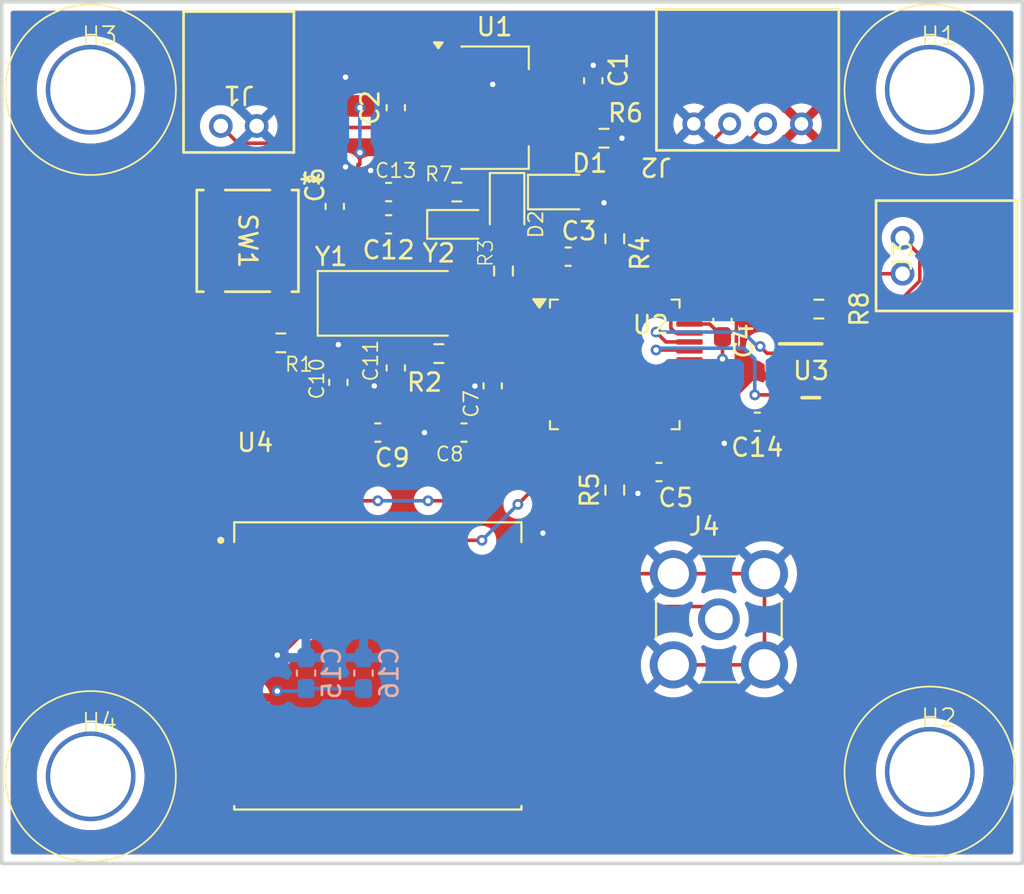
<source format=kicad_pcb>
(kicad_pcb (version 20241229) (generator "pcbnew") (generator_version "9.0")
  (layers (0 "F.Cu" signal) (2 "B.Cu" signal) (13 "F.Paste" user) (15 "B.Paste" user) (5 "F.SilkS" user "F.Silkscreen") (7 "B.SilkS" user "B.Silkscreen") (1 "F.Mask" user) (3 "B.Mask" user) (25 "Edge.Cuts" user))
  (net 0 "")
  (net 1 "Vcc3V")
  (net 2 "GND")
  (net 3 "+5V")
  (net 4 "Vdda")
  (net 5 "NRST")
  (net 6 "OSC_OUT")
  (net 7 "Net-(C11-Pad1)")
  (net 8 "OSC32_OUT")
  (net 9 "Net-(C13-Pad1)")
  (net 10 "Net-(D1-K)")
  (net 11 "Net-(D2-K)")
  (net 12 "LED_DEBUG")
  (net 13 "SWCLK")
  (net 14 "SWDIO")
  (net 15 "OSC_IN")
  (net 16 "OSC32_IN")
  (net 17 "BOOT0")
  (net 18 "BOOT1")
  (net 27 "GPS_TX")
  (net 39 "CANTX")
  (net 40 "CANRX")
  (net 41 "GPS_RX")
  (net 51 "Net-(J3-Pin_1)")
  (net 52 "Net-(J3-Pin_2)")
  (net 59 "Net-(J4-In)")
  (footprint "Resistor_SMD:R_0603_1608Metric_Pad0.98x0.95mm_HandSolder" (layer "F.Cu") (at 154.4 63.2 180)
    (property "Reference" "R7")
    (property "Value" "150")
  )
  (footprint "Capacitor_SMD:C_0603_1608Metric_Pad1.08x0.95mm_HandSolder" (layer "F.Cu") (at 162 57 90)
    (property "Reference" "C1")
    (property "Value" "22u")
  )
  (footprint "Capacitor_SMD:C_0603_1608Metric_Pad1.08x0.95mm_HandSolder" (layer "F.Cu") (at 151 58.5 90)
    (property "Reference" "C2")
    (property "Value" "10u")
  )
  (footprint "Capacitor_SMD:C_0603_1608Metric_Pad1.08x0.95mm_HandSolder" (layer "F.Cu") (at 147.6 64 90)
    (property "Reference" "C6")
    (property "Value" "10u")
  )
  (footprint "Connector_PH:CONN_S2B-PH-K-S_JST-2x1-Female" (layer "F.Cu") (at 179.2326 67.75 90)
    (property "Reference" "J3")
    (property "Value" "S2B-PH-K-S")
  )
  (footprint "Switch:SMT_FS" (layer "F.Cu") (at 142.7458 65.91865 -90)
    (property "Reference" "SW1")
    (property "Value" "SW_Push_Dual")
  )
  (footprint "Connector_PH:CONN_S2B-PH-K-S_JST-2x1-Female" (layer "F.Cu") (at 143.25 59.5174 180)
    (property "Reference" "J1")
    (property "Value" "S2B-PH-K-S")
  )
  (footprint "LED_SMD:LED_0805_2012Metric_Pad1.15x1.40mm_HandSolder" (layer "F.Cu") (at 157.2 64 -90)
    (property "Reference" "D2")
    (property "Value" "LTST-C171AKT")
  )
  (footprint "Capacitor_SMD:C_0603_1608Metric_Pad1.08x0.95mm_HandSolder" (layer "F.Cu") (at 160.6 66.8)
    (property "Reference" "C3")
    (property "Value" "100n")
  )
  (footprint "CustomMountingHole:Hole 8-32 Imperial" (layer "F.Cu") (at 180.75 57.5)
    (property "Reference" "H1")
    (property "Value" "MountingHole" (hide yes))
  )
  (footprint "Resistor_SMD:R_0603_1608Metric_Pad0.98x0.95mm_HandSolder" (layer "F.Cu") (at 174.5725 69.72)
    (property "Reference" "R8")
    (property "Value" "120")
  )
  (footprint "Capacitor_SMD:C_0603_1608Metric_Pad1.08x0.95mm_HandSolder" (layer "F.Cu") (at 151 73 -90)
    (property "Reference" "C11")
    (property "Value" "32p")
  )
  (footprint "Crystal:Crystal_SMD_5032-2Pin_5.0x3.2mm_HandSoldering" (layer "F.Cu") (at 151.2 69.4)
    (property "Reference" "Y1")
    (property "Value" "ABM3-8.000MHZ-B4Y-T")
  )
  (footprint "LED_SMD:LED_0805_2012Metric_Pad1.15x1.40mm_HandSolder" (layer "F.Cu") (at 160.225 63.2)
    (property "Reference" "D1")
    (property "Value" "LTST-C171GKT")
  )
  (footprint "Capacitor_SMD:C_0603_1608Metric_Pad1.08x0.95mm_HandSolder" (layer "F.Cu") (at 171.1375 76 180)
    (property "Reference" "C14")
    (property "Value" "100n")
  )
  (footprint "Resistor_SMD:R_0603_1608Metric_Pad0.98x0.95mm_HandSolder" (layer "F.Cu") (at 144.6 71.6 180)
    (property "Reference" "R1")
    (property "Value" "10k")
  )
  (footprint "CustomMountingHole:Hole 8-32 Imperial" (layer "F.Cu") (at 180.75 95.5)
    (property "Reference" "H2")
    (property "Value" "MountingHole" (hide yes))
  )
  (footprint "Package_TO_SOT_SMD:SOT-223-3_TabPin2" (layer "F.Cu") (at 156.5 58.5)
    (property "Reference" "U1")
    (property "Value" "AMS1117-3.3")
  )
  (footprint "SMA:GRADCONN_RFPC-SMA28-F" (layer "F.Cu") (at 169 87)
    (property "Reference" "J4")
    (property "Value" "Conn_Coaxial")
  )
  (footprint "Capacitor_SMD:C_0603_1608Metric_Pad1.08x0.95mm_HandSolder" (layer "F.Cu") (at 156.4 74 90)
    (property "Reference" "C7")
    (property "Value" "100n")
  )
  (footprint "Capacitor_SMD:C_0603_1608Metric_Pad1.08x0.95mm_HandSolder" (layer "F.Cu") (at 169.2 70.4 -90)
    (property "Reference" "C4")
    (property "Value" "100n")
  )
  (footprint "Crystal:Crystal_SMD_2012-2Pin_2.0x1.2mm_HandSoldering" (layer "F.Cu") (at 154.4 65)
    (property "Reference" "Y2")
    (property "Value" "ABS06-32.768KHZ-1-T")
  )
  (footprint "Resistor_SMD:R_0603_1608Metric_Pad0.98x0.95mm_HandSolder" (layer "F.Cu") (at 153.4 72.2)
    (property "Reference" "R2")
    (property "Value" "750")
  )
  (footprint "Capacitor_SMD:C_0603_1608Metric_Pad1.08x0.95mm_HandSolder" (layer "F.Cu") (at 150.6 63.2 180)
    (property "Reference" "C13")
    (property "Value" "22p")
  )
  (footprint "Resistor_SMD:R_0603_1608Metric_Pad0.98x0.95mm_HandSolder" (layer "F.Cu") (at 163.2 79.8 -90)
    (property "Reference" "R5")
    (property "Value" "10k")
  )
  (footprint "Capacitor_SMD:C_0603_1608Metric_Pad1.08x0.95mm_HandSolder" (layer "F.Cu") (at 150.6 65 180)
    (property "Reference" "C12")
    (property "Value" "22p")
  )
  (footprint "CustomMountingHole:Hole 8-32 Imperial" (layer "F.Cu") (at 134 57.5)
    (property "Reference" "H3")
    (property "Value" "MountingHole" (hide yes))
  )
  (footprint "Capacitor_SMD:C_0603_1608Metric_Pad1.08x0.95mm_HandSolder" (layer "F.Cu") (at 150 76.6)
    (property "Reference" "C9")
    (property "Value" "100n")
  )
  (footprint "Capacitor_SMD:C_0603_1608Metric_Pad1.08x0.95mm_HandSolder" (layer "F.Cu") (at 165.6625 78.8 180)
    (property "Reference" "C5")
    (property "Value" "100n")
  )
  (footprint "Resistor_SMD:R_0603_1608Metric_Pad0.98x0.95mm_HandSolder" (layer "F.Cu") (at 162.6 60.2)
    (property "Reference" "R6")
    (property "Value" "68")
  )
  (footprint "Capacitor_SMD:C_0603_1608Metric_Pad1.08x0.95mm_HandSolder" (layer "F.Cu") (at 154.8 76.6 180)
    (property "Reference" "C8")
    (property "Value" "1u")
  )
  (footprint "CAN:TCAN332" (layer "F.Cu") (at 174.135001 73.154999)
    (property "Reference" "U3")
    (property "Value" "TCAN332G")
  )
  (footprint "L86-M33:XCVR_L86-M33" (layer "F.Cu") (at 150 90.1)
    (property "Reference" "U4")
    (property "Value" "L86-M33")
  )
  (footprint "CustomMountingHole:Hole 8-32 Imperial" (layer "F.Cu") (at 134 95.75)
    (property "Reference" "H4")
    (property "Value" "MountingHole" (hide yes))
  )
  (footprint "Capacitor_SMD:C_0603_1608Metric_Pad1.08x0.95mm_HandSolder" (layer "F.Cu") (at 147.8 73.8 90)
    (property "Reference" "C10")
    (property "Value" "32p")
  )
  (footprint "Resistor_SMD:R_0603_1608Metric_Pad0.98x0.95mm_HandSolder" (layer "F.Cu") (at 157 67.6 -90)
    (property "Reference" "R3")
    (property "Value" "470k")
  )
  (footprint "Package_QFP:LQFP-48_7x7mm_P0.5mm" (layer "F.Cu") (at 163.2 72.8)
    (property "Reference" "U2")
    (property "Value" "STM32F103C8Tx")
  )
  (footprint "Connector_PH:CONN_S4B-PH-K-S_JST-4x1-Female" (layer "F.Cu") (at 173.6 59.4 180)
    (property "Reference" "J2")
    (property "Value" "Conn_01x04")
  )
  (footprint "Resistor_SMD:R_0603_1608Metric_Pad0.98x0.95mm_HandSolder" (layer "F.Cu") (at 163.2 65.8 90)
    (property "Reference" "R4")
    (property "Value" "10k")
  )
  (footprint "Capacitor_SMD:C_0603_1608Metric_Pad1.08x0.95mm_HandSolder" (layer "B.Cu") (at 149.2 90 90)
    (property "Reference" "C16")
    (property "Value" "100n")
  )
  (footprint "Capacitor_SMD:C_0603_1608Metric_Pad1.08x0.95mm_HandSolder" (layer "B.Cu") (at 146 90 90)
    (property "Reference" "C15")
    (property "Value" "10u")
  )
  (gr_rect (start 129.05 52.6) (end 185.9 100.6) (stroke (width 0.2)) (fill no) (layer "Edge.Cuts"))
  (segment (start 172.66 73.48) (end 170.996 73.48) (width 0.2) (layer "F.Cu") (net 1))
  (segment (start 167.3625 70.05) (end 168.6875 70.05) (width 0.2) (layer "F.Cu") (net 1))
  (segment (start 165.95 78.225) (end 166.525 78.8) (width 0.2) (layer "F.Cu") (net 1))
  (segment (start 153.35 58.5) (end 149 58.5) (width 0.2) (layer "F.Cu") (net 1))
  (segment (start 168.6875 70.05) (end 169.2 69.5375) (width 0.2) (layer "F.Cu") (net 1))
  (segment (start 162 57.8625) (end 164.6 57.8625) (width 0.2) (layer "F.Cu") (net 1))
  (segment (start 159.65 58.5) (end 161.3625 58.5) (width 0.2) (layer "F.Cu") (net 1))
  (segment (start 145.63125 66.83125) (end 145.5125 66.95) (width 0.2) (layer "F.Cu") (net 1))
  (segment (start 165 58.2) (end 164.6625 57.8625) (width 0.2) (layer "F.Cu") (net 1))
  (segment (start 149 61) (end 149 61.649) (width 0.2) (layer "F.Cu") (net 1))
  (segment (start 170 76) (end 169.6625 75.6625) (width 0.2) (layer "F.Cu") (net 1))
  (segment (start 159.65 58.5) (end 153.35 58.5) (width 0.2) (layer "F.Cu") (net 1))
  (segment (start 169.6625 75.6625) (end 166.525 78.8) (width 0.2) (layer "F.Cu") (net 1))
  (segment (start 161.3625 58.5) (end 162 57.8625) (width 0.2) (layer "F.Cu") (net 1))
  (segment (start 142.25 91.37) (end 144.03 91.37) (width 0.2) (layer "F.Cu") (net 1))
  (segment (start 169.976 74.5) (end 169.976 75.349) (width 0.2) (layer "F.Cu") (net 1))
  (segment (start 160.45 67.5125) (end 159.7375 66.8) (width 0.2) (layer "F.Cu") (net 1))
  (segment (start 159.7375 64.7125) (end 161.25 63.2) (width 0.2) (layer "F.Cu") (net 1))
  (segment (start 172.0625 57.8625) (end 164.6 57.8625) (width 0.2) (layer "F.Cu") (net 1))
  (segment (start 147.6 64.8625) (end 145.63125 66.83125) (width 0.2) (layer "F.Cu") (net 1))
  (segment (start 145.5125 66.95) (end 145.5125 71.6) (width 0.2) (layer "F.Cu") (net 1))
  (segment (start 142.25 93.91) (end 142.25 91.37) (width 0.2) (layer "F.Cu") (net 1))
  (segment (start 140.699 74.267134) (end 142.899 72.067134) (width 0.2) (layer "F.Cu") (net 1))
  (segment (start 142.25 91.37) (end 140.699 89.819) (width 0.2) (layer "F.Cu") (net 1))
  (segment (start 148.899 61.75) (end 148.899 63.5635) (width 0.2) (layer "F.Cu") (net 1))
  (segment (start 163.824 81.501) (end 152.332866 81.501) (width 0.2) (layer "F.Cu") (net 1))
  (segment (start 140.699 89.819) (end 140.699 74.267134) (width 0.2) (layer "F.Cu") (net 1))
  (segment (start 170.996 73.48) (end 169.976 74.5) (width 0.2) (layer "F.Cu") (net 1))
  (segment (start 149 61.649) (end 148.899 61.75) (width 0.2) (layer "F.Cu") (net 1))
  (segment (start 160.45 68.6375) (end 160.45 67.5125) (width 0.2) (layer "F.Cu") (net 1))
  (segment (start 148.899 63.5635) (end 147.6 64.8625) (width 0.2) (layer "F.Cu") (net 1))
  (segment (start 166.525 78.8) (end 163.824 81.501) (width 0.2) (layer "F.Cu") (net 1))
  (segment (start 165 60.6) (end 165 58.2) (width 0.2) (layer "F.Cu") (net 1))
  (segment (start 142.899 69.5635) (end 145.63125 66.83125) (width 0.2) (layer "F.Cu") (net 1))
  (segment (start 164.6625 57.8625) (end 164.6 57.8625) (width 0.2) (layer "F.Cu") (net 1))
  (segment (start 148.899 61.649057) (end 148.899 61.75) (width 0.2) (layer "F.Cu") (net 1))
  (segment (start 162.4 63.2) (end 161.25 63.2) (width 0.2) (layer "F.Cu") (net 1))
  (segment (start 165 60.6) (end 162.4 63.2) (width 0.2) (layer "F.Cu") (net 1))
  (segment (start 142.899 72.067134) (end 142.899 69.5635) (width 0.2) (layer "F.Cu") (net 1))
  (segment (start 173.6 59.4) (end 172.0625 57.8625) (width 0.2) (layer "F.Cu") (net 1))
  (segment (start 169.976 70.3135) (end 169.976 74.5) (width 0.2) (layer "F.Cu") (net 1))
  (segment (start 144.03 91.37) (end 144.4 91) (width 0.2) (layer "F.Cu") (net 1))
  (segment (start 165.95 76.9625) (end 165.95 78.225) (width 0.2) (layer "F.Cu") (net 1))
  (segment (start 152.332866 81.501) (end 142.899 72.067134) (width 0.2) (layer "F.Cu") (net 1))
  (segment (start 169.2 69.5375) (end 169.976 70.3135) (width 0.2) (layer "F.Cu") (net 1))
  (segment (start 159.7375 66.8) (end 159.7375 64.7125) (width 0.2) (layer "F.Cu") (net 1))
  (segment (start 169.976 75.349) (end 169.6625 75.6625) (width 0.2) (layer "F.Cu") (net 1))
  (segment (start 170.275 76) (end 170 76) (width 0.2) (layer "F.Cu") (net 1))
  (via (at 149 58.5) (size 0.6) (drill 0.3) (layers "F.Cu" "B.Cu") (net 1))
  (via (at 149 61) (size 0.6) (drill 0.3) (layers "F.Cu" "B.Cu") (net 1))
  (via (at 144.4 91) (size 0.6) (drill 0.3) (layers "F.Cu" "B.Cu") (net 1))
  (segment (start 149 58.5) (end 149 61) (width 0.2) (layer "B.Cu") (net 1))
  (segment (start 145.8625 91) (end 146 90.8625) (width 0.2) (layer "B.Cu") (net 1))
  (segment (start 149.2 90.8625) (end 146 90.8625) (width 0.2) (layer "B.Cu") (net 1))
  (segment (start 144.4 91) (end 145.8625 91) (width 0.2) (layer "B.Cu") (net 1))
  (segment (start 159.0375 73.55) (end 156.8125 73.55) (width 0.2) (layer "F.Cu") (net 2))
  (segment (start 149 57.2) (end 148.6 57.2) (width 0.2) (layer "F.Cu") (net 2))
  (segment (start 150.8625 76.6) (end 152.6 76.6) (width 0.2) (layer "F.Cu") (net 2))
  (segment (start 163.2 64.4) (end 163.2 65.0625) (width 0.2) (layer "F.Cu") (net 2))
  (segment (start 148.6 57.2) (end 148.2 56.8) (width 0.2) (layer "F.Cu") (net 2))
  (segment (start 172 76) (end 172.217 76) (width 0.2) (layer "F.Cu") (net 2))
  (segment (start 164.488235 79.111765) (end 164.488235 79.988235) (width 0.2) (layer "F.Cu") (net 2))
  (segment (start 145.5174 57.6049) (end 145.1625 57.6049) (width 0.2) (layer "F.Cu") (net 2))
  (segment (start 156.4 73.1375) (end 156.27813 73.1375) (width 0.2) (layer "F.Cu") (net 2))
  (segment (start 163.2 65.0625) (end 161.4625 66.8) (width 0.2) (layer "F.Cu") (net 2))
  (segment (start 163.924265 79.988235) (end 163.2 80.7125) (width 0.2) (layer "F.Cu") (net 2))
  (segment (start 149.6 62) (end 152.2 62) (width 0.2) (layer "F.Cu") (net 2))
  (segment (start 163.5125 60.2) (end 163.6 60.2) (width 0.2) (layer "F.Cu") (net 2))
  (segment (start 147.18965 63.1375) (end 141.1458 69.18135) (width 0.2) (layer "F.Cu") (net 2))
  (segment (start 171.54 84.46) (end 166.46 84.46) (width 0.2) (layer "F.Cu") (net 2))
  (segment (start 147.6 62.4) (end 148.2 61.8) (width 0.2) (layer "F.Cu") (net 2))
  (segment (start 164.488235 79.988235) (end 163.924265 79.988235) (width 0.2) (layer "F.Cu") (net 2))
  (segment (start 160.95 68.6375) (end 160.95 67.3125) (width 0.2) (layer "F.Cu") (net 2))
  (segment (start 153.4875 63.2) (end 153.4 63.2) (width 0.2) (layer "F.Cu") (net 2))
  (segment (start 153.4125 56.1375) (end 153.35 56.2) (width 0.2) (layer "F.Cu") (net 2))
  (segment (start 165.45 78.15) (end 165.45 76.9625) (width 0.2) (layer "F.Cu") (net 2))
  (segment (start 144.4 89) (end 144.6 89) (width 0.2) (layer "F.Cu") (net 2))
  (segment (start 147.2375 63.5) (end 147.6 63.1375) (width 0.2) (layer "F.Cu") (net 2))
  (segment (start 164.488235 79.111765) (end 165.45 78.15) (width 0.2) (layer "F.Cu") (net 2))
  (segment (start 149.85 83.75) (end 157.75 83.75) (width 0.2) (layer "F.Cu") (net 2))
  (segment (start 173.561 72.954001) (end 173.437 72.830001) (width 0.2) (layer "F.Cu") (net 2))
  (segment (start 152.2 62) (end 153.4 63.2) (width 0.2) (layer "F.Cu") (net 2))
  (segment (start 166.46 89.54) (end 171.54 89.54) (width 0.2) (layer "F.Cu") (net 2))
  (segment (start 162.6 63.8) (end 163.2 64.4) (width 0.2) (layer "F.Cu") (net 2))
  (segment (start 170.8 77.2) (end 169.3 77.2) (width 0.2) (layer "F.Cu") (net 2))
  (segment (start 157.75 83.75) (end 157.75 83.65) (width 0.2) (layer "F.Cu") (net 2))
  (segment (start 145.1625 57.6049) (end 143.25 59.5174) (width 0.2) (layer "F.Cu") (net 2))
  (segment (start 157.75 83.65) (end 159.2 82.2) (width 0.2) (layer "F.Cu") (net 2))
  (segment (start 147.6 63.1375) (end 147.18965 63.1375) (width 0.2) (layer "F.Cu") (net 2))
  (segment (start 173.561 74.656) (end 173.561 72.954001) (width 0.2) (layer "F.Cu") (net 2))
  (segment (start 172 76) (end 170.8 77.2) (width 0.2) (layer "F.Cu") (net 2))
  (segment (start 142.25 88.83) (end 144.23 88.83) (width 0.2) (layer "F.Cu") (net 2))
  (segment (start 149.7375 63.2) (end 149.4 63.2) (width 0.2) (layer "F.Cu") (net 2))
  (segment (start 162 56.1375) (end 156.4 56.1375) (width 0.2) (layer "F.Cu") (net 2))
  (segment (start 151 57.6375) (end 151.9125 57.6375) (width 0.2) (layer "F.Cu") (net 2))
  (segment (start 156.27813 73.1375) (end 155.407815 74.007815) (width 0.2) (layer "F.Cu") (net 2))
  (segment (start 147.6 63.1375) (end 147.6 62.4) (width 0.2) (layer "F.Cu") (net 2))
  (segment (start 160.95 67.3125) (end 161.4625 66.8) (width 0.2) (layer "F.Cu") (net 2))
  (segment (start 164.7125 78.8875) (end 164.488235 79.111765) (width 0.2) (layer "F.Cu") (net 2))
  (segment (start 150.5625 57.2) (end 151 57.6375) (width 0.2) (layer "F.Cu") (net 2))
  (segment (start 149.7375 65) (end 149.7375 63.2) (width 0.2) (layer "F.Cu") (net 2))
  (segment (start 151 73.8625) (end 149.9375 73.8625) (width 0.2) (layer "F.Cu") (net 2))
  (segment (start 158.46 84.46) (end 157.75 83.75) (width 0.2) (layer "F.Cu") (net 2))
  (segment (start 144.23 88.83) (end 144.4 89) (width 0.2) (layer "F.Cu") (net 2))
  (segment (start 171.54 84.46) (end 171.54 89.54) (width 0.2) (layer "F.Cu") (net 2))
  (segment (start 149.7375 62.1375) (end 149.6 62) (width 0.2) (layer "F.Cu") (net 2))
  (segment (start 145.5174 57.6049) (end 146.3223 56.8) (width 0.2) (layer "F.Cu") (net 2))
  (segment (start 149.4 63.2) (end 149.3375 63.1375) (width 0.2) (layer "F.Cu") (net 2))
  (segment (start 156.4 56.1375) (end 156.4 57.2) (width 0.2) (layer "F.Cu") (net 2))
  (segment (start 166.46 84.46) (end 158.46 84.46) (width 0.2) (layer "F.Cu") (net 2))
  (segment (start 149.7375 63.2) (end 149.7375 62.1375) (width 0.2) (layer "F.Cu") (net 2))
  (segment (start 153.9375 76.6) (end 152.6 76.6) (width 0.2) (layer "F.Cu") (net 2))
  (segment (start 172.217 76) (end 173.561 74.656) (width 0.2) (layer "F.Cu") (net 2))
  (segment (start 156.8125 73.55) (end 156.4 73.1375) (width 0.2) (layer "F.Cu") (net 2))
  (segment (start 151.9125 57.6375) (end 153.35 56.2) (width 0.2) (layer "F.Cu") (net 2))
  (segment (start 156.6 73.1375) (end 156.4625 73.1375) (width 0.2) (layer "F.Cu") (net 2))
  (segment (start 150 57.2) (end 150.5625 57.2) (width 0.2) (layer "F.Cu") (net 2))
  (segment (start 168.4875 70.55) (end 167.3625 70.55) (width 0.2) (layer "F.Cu") (net 2))
  (segment (start 147.8 71.7) (end 147.8 72.9375) (width 0.2) (layer "F.Cu") (net 2))
  (segment (start 173.437 72.830001) (end 172.66 72.830001) (width 0.2) (layer "F.Cu") (net 2))
  (segment (start 149.9375 73.8625) (end 149.8 74) (width 0.2) (layer "F.Cu") (net 2))
  (segment (start 169.2 71.2625) (end 168.4875 70.55) (width 0.2) (layer "F.Cu") (net 2))
  (segment (start 146.3223 56.8) (end 148.2 56.8) (width 0.2) (layer "F.Cu") (net 2))
  (segment (start 149 57.2) (end 150 57.2) (width 0.2) (layer "F.Cu") (net 2))
  (segment (start 156.4 56.1375) (end 153.4125 56.1375) (width 0.2) (layer "F.Cu") (net 2))
  (segment (start 169.2 72.5) (end 169.2 71.2625) (width 0.2) (layer "F.Cu") (net 2))
  (segment (start 144.6 89) (end 149.85 83.75) (width 0.2) (layer "F.Cu") (net 2))
  (via (at 152.6 76.6) (size 0.6) (drill 0.3) (layers "F.Cu" "B.Cu") (net 2))
  (via (at 169.2 72.5) (size 0.6) (drill 0.3) (layers "F.Cu" "B.Cu") (net 2))
  (via (at 162 56.1375) (size 0.6) (drill 0.3) (layers "F.Cu" "B.Cu") (net 2))
  (via (at 162.6 63.8) (size 0.6) (drill 0.3) (layers "F.Cu" "B.Cu") (net 2))
  (via (at 148.2 56.8) (size 0.6) (drill 0.3) (layers "F.Cu" "B.Cu") (net 2))
  (via (at 169.3 77.2) (size 0.6) (drill 0.3) (layers "F.Cu" "B.Cu") (net 2))
  (via (at 147.8 71.7) (size 0.6) (drill 0.3) (layers "F.Cu" "B.Cu") (net 2))
  (via (at 163.6 60.2) (size 0.6) (drill 0.3) (layers "F.Cu" "B.Cu") (net 2))
  (via (at 144.4 89) (size 0.6) (drill 0.3) (layers "F.Cu" "B.Cu") (net 2))
  (via (at 148.2 61.8) (size 0.6) (drill 0.3) (layers "F.Cu" "B.Cu") (net 2))
  (via (at 159.2 82.2) (size 0.6) (drill 0.3) (layers "F.Cu" "B.Cu") (net 2))
  (via (at 149.8 74) (size 0.6) (drill 0.3) (layers "F.Cu" "B.Cu") (net 2))
  (via (at 149.6 62) (size 0.6) (drill 0.3) (layers "F.Cu" "B.Cu") (net 2))
  (via (at 156.4 57.2) (size 0.6) (drill 0.3) (layers "F.Cu" "B.Cu") (net 2))
  (via (at 155.407815 74.007815) (size 0.6) (drill 0.3) (layers "F.Cu" "B.Cu") (net 2))
  (via (at 164.488235 79.988235) (size 0.6) (drill 0.3) (layers "F.Cu" "B.Cu") (net 2))
  (segment (start 164.488235 79.988235) (end 164.488235 79.111765) (width 0.2) (layer "B.Cu") (net 2))
  (segment (start 155.407815 74.007815) (end 155.192185 74.007815) (width 0.2) (layer "B.Cu") (net 2))
  (segment (start 145.8625 89) (end 146 89.1375) (width 0.2) (layer "B.Cu") (net 2))
  (segment (start 146 89.1375) (end 149.2 89.1375) (width 0.2) (layer "B.Cu") (net 2))
  (segment (start 144.4 89) (end 145.8625 89) (width 0.2) (layer "B.Cu") (net 2))
  (segment (start 152.6 76.6) (end 152.4 76.6) (width 0.2) (layer "B.Cu") (net 2))
  (segment (start 169.3 76.7) (end 168.1 75.5) (width 0.2) (layer "B.Cu") (net 2))
  (segment (start 160.2 78.8) (end 155.407815 74.007815) (width 0.2) (layer "B.Cu") (net 2))
  (segment (start 148.4 62) (end 148.2 61.8) (width 0.2) (layer "B.Cu") (net 2))
  (segment (start 163.6 60.2) (end 163.6 57.7375) (width 0.2) (layer "B.Cu") (net 2))
  (segment (start 147.8 71.7) (end 147.9375 71.8375) (width 0.2) (layer "B.Cu") (net 2))
  (segment (start 167.600002 59.4) (end 166.800002 60.2) (width 0.2) (layer "B.Cu") (net 2))
  (segment (start 152.4 76.6) (end 149.8 74) (width 0.2) (layer "B.Cu") (net 2))
  (segment (start 166.800002 60.2) (end 163.6 60.2) (width 0.2) (layer "B.Cu") (net 2))
  (segment (start 147.9375 71.8375) (end 147.9375 72.9375) (width 0.2) (layer "B.Cu") (net 2))
  (segment (start 147.9375 72.9375) (end 149 74) (width 0.2) (layer "B.Cu") (net 2))
  (segment (start 162.1125 63.8) (end 156.4 58.0875) (width 0.2) (layer "B.Cu") (net 2))
  (segment (start 160.2 80.4) (end 160.2 78.8) (width 0.2) (layer "B.Cu") (net 2))
  (segment (start 159.2 82.2) (end 159.2 81.4) (width 0.2) (layer "B.Cu") (net 2))
  (segment (start 169.3 77.2) (end 169.3 76.7) (width 0.2) (layer "B.Cu") (net 2))
  (segment (start 148.2 62.2) (end 148.2 61.8) (width 0.2) (layer "B.Cu") (net 2))
  (segment (start 169.2 74.4) (end 169.2 72.5) (width 0.2) (layer "B.Cu") (net 2))
  (segment (start 164.488235 79.111765) (end 168.1 75.5) (width 0.2) (layer "B.Cu") (net 2))
  (segment (start 155.192185 74.007815) (end 152.6 76.6) (width 0.2) (layer "B.Cu") (net 2))
  (segment (start 168.1 75.5) (end 169.2 74.4) (width 0.2) (layer "B.Cu") (net 2))
  (segment (start 159.2 81.4) (end 160.2 80.4) (width 0.2) (layer "B.Cu") (net 2))
  (segment (start 163.6 57.7375) (end 162 56.1375) (width 0.2) (layer "B.Cu") (net 2))
  (segment (start 147.8 71.7) (end 147.8 62.6) (width 0.2) (layer "B.Cu") (net 2))
  (segment (start 156.4 58.0875) (end 156.4 57.2) (width 0.2) (layer "B.Cu") (net 2))
  (segment (start 149.6 62) (end 148.4 62) (width 0.2) (layer "B.Cu") (net 2))
  (segment (start 164.488235 79.988235) (end 163.3 78.8) (width 0.2) (layer "B.Cu") (net 2))
  (segment (start 163.3 78.8) (end 160.2 78.8) (width 0.2) (layer "B.Cu") (net 2))
  (segment (start 147.8 62.6) (end 148.2 62.2) (width 0.2) (layer "B.Cu") (net 2))
  (segment (start 149 74) (end 149.8 74) (width 0.2) (layer "B.Cu") (net 2))
  (segment (start 148.2 61.8) (end 148.2 56.8) (width 0.2) (layer "B.Cu") (net 2))
  (segment (start 162.6 63.8) (end 162.1125 63.8) (width 0.2) (layer "B.Cu") (net 2))
  (segment (start 151.9125 59.3625) (end 153.35 60.8) (width 0.2) (layer "F.Cu") (net 3))
  (segment (start 150.757599 59.604901) (end 151 59.3625) (width 0.2) (layer "F.Cu") (net 3))
  (segment (start 151 59.3625) (end 151.9125 59.3625) (width 0.2) (layer "F.Cu") (net 3))
  (segment (start 145.5174 59.604901) (end 150.757599 59.604901) (width 0.2) (layer "F.Cu") (net 3))
  (segment (start 144.643501 60.4788) (end 142.211399 60.4788) (width 0.2) (layer "F.Cu") (net 3))
  (segment (start 145.5174 59.604901) (end 144.643501 60.4788) (width 0.2) (layer "F.Cu") (net 3))
  (segment (start 142.211399 60.4788) (end 141.249999 59.5174) (width 0.2) (layer "F.Cu") (net 3))
  (segment (start 157.2125 74.05) (end 159.0375 74.05) (width 0.2) (layer "F.Cu") (net 4))
  (segment (start 156.4 74.8625) (end 156.4 75.2) (width 0.2) (layer "F.Cu") (net 4))
  (segment (start 155.6625 75.9375) (end 155.6625 76.6) (width 0.2) (layer "F.Cu") (net 4))
  (segment (start 156.4 75.2) (end 155.6625 75.9375) (width 0.2) (layer "F.Cu") (net 4))
  (segment (start 156.4 74.8625) (end 157.2125 74.05) (width 0.2) (layer "F.Cu") (net 4))
  (segment (start 144.6 69.1) (end 144.4 69.1) (width 0.2) (layer "F.Cu") (net 5))
  (segment (start 157.618134 73.05) (end 156.867134 72.299) (width 0.2) (layer "F.Cu") (net 5))
  (segment (start 155.6 72.631866) (end 155.6 72.9671) (width 0.2) (layer "F.Cu") (net 5))
  (segment (start 148.2125 76.6) (end 147.1135 75.501) (width 0.2) (layer "F.Cu") (net 5))
  (segment (start 156.867134 72.299) (end 155.932866 72.299) (width 0.2) (layer "F.Cu") (net 5))
  (segment (start 159.0375 73.05) (end 157.618134 73.05) (width 0.2) (layer "F.Cu") (net 5))
  (segment (start 143.6875 69.8125) (end 143.6875 71.6) (width 0.2) (layer "F.Cu") (net 5))
  (segment (start 147.1135 75.501) (end 143.6875 72.075) (width 0.2) (layer "F.Cu") (net 5))
  (segment (start 153.0661 75.501) (end 147.1135 75.501) (width 0.2) (layer "F.Cu") (net 5))
  (segment (start 149.1375 76.6) (end 148.2125 76.6) (width 0.2) (layer "F.Cu") (net 5))
  (segment (start 155.6 72.9671) (end 153.0661 75.501) (width 0.2) (layer "F.Cu") (net 5))
  (segment (start 144.4 69.1) (end 143.6875 69.8125) (width 0.2) (layer "F.Cu") (net 5))
  (segment (start 155.932866 72.299) (end 155.6 72.631866) (width 0.2) (layer "F.Cu") (net 5))
  (segment (start 143.6875 72.075) (end 143.6875 71.6) (width 0.2) (layer "F.Cu") (net 5))
  (segment (start 157.033234 71.898) (end 155.766766 71.898) (width 0.2) (layer "F.Cu") (net 6))
  (segment (start 148.576 73.776) (end 149.8 75) (width 0.2) (layer "F.Cu") (net 6))
  (segment (start 159.0375 72.55) (end 157.685234 72.55) (width 0.2) (layer "F.Cu") (net 6))
  (segment (start 153 75) (end 155.024 72.976) (width 0.2) (layer "F.Cu") (net 6))
  (segment (start 148.6 69.4) (end 148.576 69.424) (width 0.2) (layer "F.Cu") (net 6))
  (segment (start 155.024 72.976) (end 155.199 72.801) (width 0.2) (layer "F.Cu") (net 6))
  (segment (start 155.199 72.801) (end 155.199 72.465766) (width 0.2) (layer "F.Cu") (net 6))
  (segment (start 148.6 69.4) (end 148.6 69.568134) (width 0.2) (layer "F.Cu") (net 6))
  (segment (start 155.766766 71.898) (end 155.732383 71.932383) (width 0.2) (layer "F.Cu") (net 6))
  (segment (start 155.199 72.465766) (end 155.732383 71.932383) (width 0.2) (layer "F.Cu") (net 6))
  (segment (start 147.8 74.552) (end 148.576 73.776) (width 0.2) (layer "F.Cu") (net 6))
  (segment (start 149.8 75) (end 153 75) (width 0.2) (layer "F.Cu") (net 6))
  (segment (start 147.8 74.6625) (end 147.8 74.552) (width 0.2) (layer "F.Cu") (net 6))
  (segment (start 157.685234 72.55) (end 157.033234 71.898) (width 0.2) (layer "F.Cu") (net 6))
  (segment (start 148.576 69.424) (end 148.576 73.776) (width 0.2) (layer "F.Cu") (net 6))
  (segment (start 151.0625 72.2) (end 151 72.1375) (width 0.2) (layer "F.Cu") (net 7))
  (segment (start 153.8 70.8875) (end 152.4875 72.2) (width 0.2) (layer "F.Cu") (net 7))
  (segment (start 153.8 69.4) (end 153.8 70.8875) (width 0.2) (layer "F.Cu") (net 7))
  (segment (start 152.4875 72.2) (end 151.0625 72.2) (width 0.2) (layer "F.Cu") (net 7))
  (segment (start 153.475 65) (end 151.4625 65) (width 0.2) (layer "F.Cu") (net 8))
  (segment (start 157.819434 71.55) (end 159.0375 71.55) (width 0.2) (layer "F.Cu") (net 8))
  (segment (start 156.224 67.824) (end 156.224 69.954566) (width 0.2) (layer "F.Cu") (net 8))
  (segment (start 153.475 65.075) (end 156.224 67.824) (width 0.2) (layer "F.Cu") (net 8))
  (segment (start 153.475 65) (end 153.475 65.075) (width 0.2) (layer "F.Cu") (net 8))
  (segment (start 156.224 69.954566) (end 157.819434 71.55) (width 0.2) (layer "F.Cu") (net 8))
  (segment (start 152.2385 63.976) (end 154.301 63.976) (width 0.2) (layer "F.Cu") (net 9))
  (segment (start 157 66.6875) (end 157 66.675) (width 0.2) (layer "F.Cu") (net 9))
  (segment (start 154.301 63.976) (end 155.325 65) (width 0.2) (layer "F.Cu") (net 9))
  (segment (start 157 66.675) (end 155.325 65) (width 0.2) (layer "F.Cu") (net 9))
  (segment (start 151.4625 63.2) (end 152.2385 63.976) (width 0.2) (layer "F.Cu") (net 9))
  (segment (start 161.2 60.2) (end 159.2 62.2) (width 0.2) (layer "F.Cu") (net 10))
  (segment (start 161.6875 60.2) (end 161.2 60.2) (width 0.2) (layer "F.Cu") (net 10))
  (segment (start 159.2 62.2) (end 159.2 63.2) (width 0.2) (layer "F.Cu") (net 10))
  (segment (start 157.2 62.975) (end 155.5375 62.975) (width 0.2) (layer "F.Cu") (net 11))
  (segment (start 155.5375 62.975) (end 155.3125 63.2) (width 0.2) (layer "F.Cu") (net 11))
  (segment (start 159.0375 70.55) (end 158.266176 70.55) (width 0.2) (layer "F.Cu") (net 12))
  (segment (start 158 70.283824) (end 158 65.825) (width 0.2) (layer "F.Cu") (net 12))
  (segment (start 158 65.825) (end 157.2 65.025) (width 0.2) (layer "F.Cu") (net 12))
  (segment (start 158.266176 70.55) (end 158 70.283824) (width 0.2) (layer "F.Cu") (net 12))
  (segment (start 165.95 63.05) (end 165.95 68.6375) (width 0.2) (layer "F.Cu") (net 13))
  (segment (start 169.6 59.4) (end 165.95 63.05) (width 0.2) (layer "F.Cu") (net 13))
  (segment (start 166.324 70.782824) (end 166.324 69.817176) (width 0.2) (layer "F.Cu") (net 14))
  (segment (start 169 67.141176) (end 169 62.000001) (width 0.2) (layer "F.Cu") (net 14))
  (segment (start 169 62.000001) (end 171.600001 59.4) (width 0.2) (layer "F.Cu") (net 14))
  (segment (start 166.591176 71.05) (end 166.324 70.782824) (width 0.2) (layer "F.Cu") (net 14))
  (segment (start 166.324 69.817176) (end 169 67.141176) (width 0.2) (layer "F.Cu") (net 14))
  (segment (start 167.3625 71.05) (end 166.591176 71.05) (width 0.2) (layer "F.Cu") (net 14))
  (segment (start 157.199334 71.497) (end 155.0155 71.497) (width 0.2) (layer "F.Cu") (net 15))
  (segment (start 159.0375 72.05) (end 157.752334 72.05) (width 0.2) (layer "F.Cu") (net 15))
  (segment (start 157.752334 72.05) (end 157.199334 71.497) (width 0.2) (layer "F.Cu") (net 15))
  (segment (start 155.0155 71.497) (end 154.3125 72.2) (width 0.2) (layer "F.Cu") (net 15))
  (segment (start 157.886534 71.05) (end 157 70.163466) (width 0.2) (layer "F.Cu") (net 16))
  (segment (start 157 70.163466) (end 157 68.5125) (width 0.2) (layer "F.Cu") (net 16))
  (segment (start 159.0375 71.05) (end 157.886534 71.05) (width 0.2) (layer "F.Cu") (net 16))
  (segment (start 162.45 68.6375) (end 162.45 67.4625) (width 0.2) (layer "F.Cu") (net 17))
  (segment (start 162.45 67.4625) (end 163.2 66.7125) (width 0.2) (layer "F.Cu") (net 17))
  (segment (start 163.45 78.6375) (end 163.45 76.9625) (width 0.2) (layer "F.Cu") (net 18))
  (segment (start 163.2 78.8875) (end 163.45 78.6375) (width 0.2) (layer "F.Cu") (net 18))
  (segment (start 152.8 80.4) (end 154.1875 80.4) (width 0.2) (layer "F.Cu") (net 27))
  (segment (start 142.25 83.75) (end 145.6 80.4) (width 0.2) (layer "F.Cu") (net 27))
  (segment (start 145.6 80.4) (end 150 80.4) (width 0.2) (layer "F.Cu") (net 27))
  (segment (start 154.1875 80.4) (end 159.0375 75.55) (width 0.2) (layer "F.Cu") (net 27))
  (via (at 150 80.4) (size 0.6) (drill 0.3) (layers "F.Cu" "B.Cu") (net 27))
  (via (at 152.8 80.4) (size 0.6) (drill 0.3) (layers "F.Cu" "B.Cu") (net 27))
  (segment (start 150 80.4) (end 152.8 80.4) (width 0.2) (layer "B.Cu") (net 27))
  (segment (start 171.68 72.18) (end 171.3 71.8) (width 0.2) (layer "F.Cu") (net 39))
  (segment (start 172.66 72.18) (end 171.68 72.18) (width 0.2) (layer "F.Cu") (net 39))
  (segment (start 171.3 71.8) (end 171.499998 71.8) (width 0.2) (layer "F.Cu") (net 39))
  (segment (start 165.5 71) (end 166.05 71.55) (width 0.2) (layer "F.Cu") (net 39))
  (segment (start 166.05 71.55) (end 167.3625 71.55) (width 0.2) (layer "F.Cu") (net 39))
  (via (at 165.5 71) (size 0.6) (drill 0.3) (layers "F.Cu" "B.Cu") (net 39))
  (via (at 171.3 71.8) (size 0.6) (drill 0.3) (layers "F.Cu" "B.Cu") (net 39))
  (segment (start 170.349943 71) (end 165.5 71) (width 0.2) (layer "B.Cu") (net 39))
  (segment (start 170.349943 71) (end 171.149943 71.8) (width 0.2) (layer "B.Cu") (net 39))
  (segment (start 171.149943 71.8) (end 171.3 71.8) (width 0.2) (layer "B.Cu") (net 39))
  (segment (start 165.5 72) (end 167.3125 72) (width 0.2) (layer "F.Cu") (net 40))
  (segment (start 171 74.5) (end 172.290001 74.5) (width 0.2) (layer "F.Cu") (net 40))
  (segment (start 172.290001 74.5) (end 172.66 74.130001) (width 0.2) (layer "F.Cu") (net 40))
  (segment (start 167.3125 72) (end 167.3625 72.05) (width 0.2) (layer "F.Cu") (net 40))
  (via (at 171 74.5) (size 0.6) (drill 0.3) (layers "F.Cu" "B.Cu") (net 40))
  (via (at 165.5 72) (size 0.6) (drill 0.3) (layers "F.Cu" "B.Cu") (net 40))
  (segment (start 170.399 71.899) (end 165.601 71.899) (width 0.2) (layer "B.Cu") (net 40))
  (segment (start 171 72.5) (end 171 74.5) (width 0.2) (layer "B.Cu") (net 40))
  (segment (start 171 72.5) (end 170.399 71.899) (width 0.2) (layer "B.Cu") (net 40))
  (segment (start 165.601 71.899) (end 165.5 72) (width 0.2) (layer "B.Cu") (net 40))
  (segment (start 160.45 77.95) (end 160.45 76.9625) (width 0.2) (layer "F.Cu") (net 41))
  (segment (start 157.8 80.6) (end 160.45 77.95) (width 0.2) (layer "F.Cu") (net 41))
  (segment (start 145.94 82.6) (end 155.8 82.6) (width 0.2) (layer "F.Cu") (net 41))
  (segment (start 142.25 86.29) (end 145.94 82.6) (width 0.2) (layer "F.Cu") (net 41))
  (via (at 157.8 80.6) (size 0.6) (drill 0.3) (layers "F.Cu" "B.Cu") (net 41))
  (via (at 155.8 82.6) (size 0.6) (drill 0.3) (layers "F.Cu" "B.Cu") (net 41))
  (segment (start 155.8 82.6) (end 157.8 80.6) (width 0.2) (layer "B.Cu") (net 41))
  (segment (start 174.66 67.75) (end 179.2326 67.75) (width 0.2) (layer "F.Cu") (net 51))
  (segment (start 173.66 68.75) (end 174.66 67.75) (width 0.2) (layer "F.Cu") (net 51))
  (segment (start 174.809999 72.830001) (end 175.609999 72.830001) (width 0.2) (layer "F.Cu") (net 51))
  (segment (start 173.66 69.72) (end 173.66 71.680002) (width 0.2) (layer "F.Cu") (net 51))
  (segment (start 173.66 68.75) (end 173.66 69.72) (width 0.2) (layer "F.Cu") (net 51))
  (segment (start 173.66 71.680002) (end 174.809999 72.830001) (width 0.2) (layer "F.Cu") (net 51))
  (segment (start 175.485 69.955) (end 177.27 71.74) (width 0.2) (layer "F.Cu") (net 52))
  (segment (start 180.194 68.148225) (end 178.622225 69.72) (width 0.2) (layer "F.Cu") (net 52))
  (segment (start 175.485 69.72) (end 175.485 69.955) (width 0.2) (layer "F.Cu") (net 52))
  (segment (start 179.2326 65.749999) (end 180.194 66.711399) (width 0.2) (layer "F.Cu") (net 52))
  (segment (start 178.622225 69.72) (end 175.485 69.72) (width 0.2) (layer "F.Cu") (net 52))
  (segment (start 177.27 72.619999) (end 176.409999 73.48) (width 0.2) (layer "F.Cu") (net 52))
  (segment (start 176.409999 73.48) (end 175.609999 73.48) (width 0.2) (layer "F.Cu") (net 52))
  (segment (start 180.194 66.711399) (end 180.194 68.148225) (width 0.2) (layer "F.Cu") (net 52))
  (segment (start 177.27 71.74) (end 177.27 72.619999) (width 0.2) (layer "F.Cu") (net 52))
  (segment (start 157.75 86.29) (end 168.29 86.29) (width 0.2) (layer "F.Cu") (net 59))
  (segment (start 168.29 86.29) (end 169 87) (width 0.2) (layer "F.Cu") (net 59))
  (zone (net 0) (net_name "") (layer "F.Cu") (connect_pads (clearance 0)) (min_thickness 0.25)
    (keepout (tracks not_allowed) (vias not_allowed) (pads not_allowed) (copperpour not_allowed) (footprints allowed))
    (fill (thermal_gap 0.5) (thermal_bridge_width 0.5))
    (polygon (pts (xy 166.6 76.6) (xy 166.2 76.6) (xy 166.2 77.2) (xy 166.6 77.2)))
  )
  (zone (net 1) (net_name "Vcc3V") (layer "F.Cu") (priority 1) (connect_pads (clearance 0.5)) (min_thickness 0.25) (fill yes (thermal_gap 0.5) (thermal_bridge_width 0.5))
    (polygon (pts (xy 129.15 52.65) (xy 185.9 52.65) (xy 185.9 100.6) (xy 129.15 100.6)))
  )
  (zone (net 0) (net_name "") (layer "F.Cu") (connect_pads (clearance 0)) (min_thickness 0.25)
    (keepout (tracks not_allowed) (vias not_allowed) (pads not_allowed) (copperpour not_allowed) (footprints allowed))
    (fill (thermal_gap 0.5) (thermal_bridge_width 0.5))
    (polygon (pts (xy 160.2 68.4) (xy 159.8 68.4) (xy 159.8 69) (xy 160.2 69)))
  )
  (zone (net 2) (net_name "GND") (layer "B.Cu") (connect_pads (clearance 0.5)) (min_thickness 0.25) (fill yes (thermal_gap 0.5) (thermal_bridge_width 0.5))
    (polygon (pts (xy 129.05 52.6) (xy 185.9 52.6) (xy 185.9 100.6) (xy 129.05 100.6)))
  )
)
</source>
